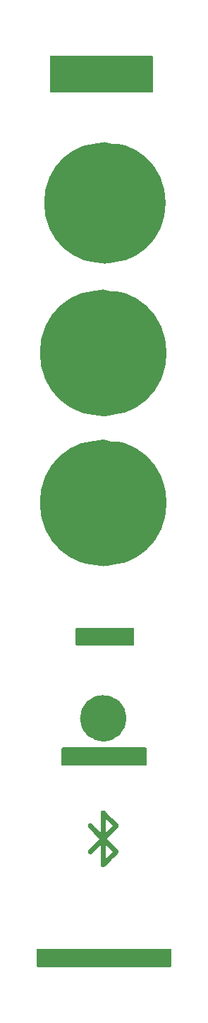
<source format=gbr>
%TF.GenerationSoftware,KiCad,Pcbnew,(6.0.4)*%
%TF.CreationDate,2022-03-22T12:07:00+00:00*%
%TF.ProjectId,Ball_Base_Panel,42616c6c-5f42-4617-9365-5f50616e656c,rev?*%
%TF.SameCoordinates,Original*%
%TF.FileFunction,Copper,L1,Top*%
%TF.FilePolarity,Positive*%
%FSLAX46Y46*%
G04 Gerber Fmt 4.6, Leading zero omitted, Abs format (unit mm)*
G04 Created by KiCad (PCBNEW (6.0.4)) date 2022-03-22 12:07:00*
%MOMM*%
%LPD*%
G01*
G04 APERTURE LIST*
%TA.AperFunction,NonConductor*%
%ADD10C,7.312489*%
%TD*%
%TA.AperFunction,NonConductor*%
%ADD11C,2.787006*%
%TD*%
%TA.AperFunction,NonConductor*%
%ADD12C,7.595332*%
%TD*%
G04 APERTURE END LIST*
D10*
X84156244Y-67000000D02*
G75*
G03*
X84156244Y-67000000I-3656244J0D01*
G01*
D11*
X81693503Y-128850000D02*
G75*
G03*
X81693503Y-128850000I-1393503J0D01*
G01*
D12*
X84097666Y-103000000D02*
G75*
G03*
X84097666Y-103000000I-3797666J0D01*
G01*
X84097666Y-85000000D02*
G75*
G03*
X84097666Y-85000000I-3797666J0D01*
G01*
%TO.C,G\u002A\u002A\u002A*%
G36*
X80342135Y-139896756D02*
G01*
X80370543Y-139899738D01*
X80395457Y-139906157D01*
X80423112Y-139917186D01*
X80428000Y-139919363D01*
X80435638Y-139923048D01*
X80443869Y-139927702D01*
X80453271Y-139933884D01*
X80464423Y-139942153D01*
X80477904Y-139953069D01*
X80494294Y-139967190D01*
X80514172Y-139985074D01*
X80538117Y-140007281D01*
X80566708Y-140034370D01*
X80600524Y-140066900D01*
X80640145Y-140105429D01*
X80686149Y-140150516D01*
X80739117Y-140202720D01*
X80799626Y-140262601D01*
X80868257Y-140330716D01*
X80945588Y-140407625D01*
X81032198Y-140493887D01*
X81128667Y-140590061D01*
X81235574Y-140696705D01*
X81294361Y-140755363D01*
X81410085Y-140870800D01*
X81515058Y-140975479D01*
X81609803Y-141069998D01*
X81694841Y-141154955D01*
X81770694Y-141230948D01*
X81837883Y-141298575D01*
X81896929Y-141358435D01*
X81948356Y-141411124D01*
X81992683Y-141457242D01*
X82030432Y-141497386D01*
X82062126Y-141532155D01*
X82088284Y-141562145D01*
X82109430Y-141587956D01*
X82126085Y-141610185D01*
X82138769Y-141629430D01*
X82148005Y-141646289D01*
X82154314Y-141661361D01*
X82158218Y-141675243D01*
X82160238Y-141688533D01*
X82160895Y-141701829D01*
X82160712Y-141715730D01*
X82160210Y-141730833D01*
X82159910Y-141747736D01*
X82159910Y-141747831D01*
X82160162Y-141765745D01*
X82160587Y-141781654D01*
X82160621Y-141796221D01*
X82159698Y-141810109D01*
X82157255Y-141823980D01*
X82152727Y-141838495D01*
X82145550Y-141854319D01*
X82135158Y-141872112D01*
X82120988Y-141892538D01*
X82102475Y-141916258D01*
X82079054Y-141943936D01*
X82050162Y-141976233D01*
X82015233Y-142013813D01*
X81973702Y-142057336D01*
X81925007Y-142107467D01*
X81868581Y-142164866D01*
X81803861Y-142230197D01*
X81730281Y-142304122D01*
X81647279Y-142387304D01*
X81554288Y-142480404D01*
X81450744Y-142584085D01*
X81426812Y-142608061D01*
X80732088Y-143304123D01*
X81420348Y-143992061D01*
X81526793Y-144098416D01*
X81622543Y-144194064D01*
X81708161Y-144279669D01*
X81784212Y-144355893D01*
X81851261Y-144423396D01*
X81909871Y-144482842D01*
X81960606Y-144534892D01*
X82004031Y-144580208D01*
X82040710Y-144619453D01*
X82071207Y-144653288D01*
X82096086Y-144682375D01*
X82115911Y-144707376D01*
X82131246Y-144728954D01*
X82142656Y-144747770D01*
X82150705Y-144764487D01*
X82155957Y-144779765D01*
X82158976Y-144794268D01*
X82160326Y-144808657D01*
X82160571Y-144823595D01*
X82160275Y-144839743D01*
X82160004Y-144857763D01*
X82160000Y-144860000D01*
X82160277Y-144876945D01*
X82160763Y-144892083D01*
X82160934Y-144906012D01*
X82160270Y-144919330D01*
X82158249Y-144932635D01*
X82154349Y-144946526D01*
X82148049Y-144961600D01*
X82138827Y-144978456D01*
X82126161Y-144997692D01*
X82109530Y-145019906D01*
X82088413Y-145045696D01*
X82062286Y-145075661D01*
X82030630Y-145110398D01*
X81992922Y-145150505D01*
X81948641Y-145196581D01*
X81897264Y-145249224D01*
X81838272Y-145309032D01*
X81771141Y-145376604D01*
X81695350Y-145452536D01*
X81610378Y-145537428D01*
X81515703Y-145631878D01*
X81410803Y-145736483D01*
X81295157Y-145851842D01*
X81294361Y-145852636D01*
X81181994Y-145964751D01*
X81080362Y-146066112D01*
X80988884Y-146157278D01*
X80906982Y-146238809D01*
X80834075Y-146311263D01*
X80769585Y-146375199D01*
X80712930Y-146431177D01*
X80663531Y-146479755D01*
X80620809Y-146521493D01*
X80584184Y-146556950D01*
X80553076Y-146586683D01*
X80526904Y-146611254D01*
X80505091Y-146631220D01*
X80487055Y-146647141D01*
X80472217Y-146659576D01*
X80459997Y-146669084D01*
X80449815Y-146676223D01*
X80441092Y-146681553D01*
X80433248Y-146685634D01*
X80428000Y-146688032D01*
X80364394Y-146708176D01*
X80298940Y-146714720D01*
X80235479Y-146707465D01*
X80208441Y-146699589D01*
X80144530Y-146669030D01*
X80090945Y-146626692D01*
X80048723Y-146573604D01*
X80019464Y-146512398D01*
X80017391Y-146506135D01*
X80015512Y-146499192D01*
X80013818Y-146490795D01*
X80012298Y-146480166D01*
X80010944Y-146466531D01*
X80009745Y-146449112D01*
X80008693Y-146427135D01*
X80007777Y-146399823D01*
X80006989Y-146366400D01*
X80006319Y-146326091D01*
X80005757Y-146278120D01*
X80005294Y-146221710D01*
X80004919Y-146156086D01*
X80004625Y-146080473D01*
X80004401Y-145994093D01*
X80004238Y-145896171D01*
X80004126Y-145785932D01*
X80004074Y-145695980D01*
X80604000Y-145695980D01*
X81439980Y-144860000D01*
X81021990Y-144442009D01*
X80604000Y-144024019D01*
X80604000Y-145695980D01*
X80004074Y-145695980D01*
X80004055Y-145662600D01*
X80004017Y-145525398D01*
X80004002Y-145373550D01*
X80004000Y-145250279D01*
X80004000Y-144032159D01*
X79462000Y-144572987D01*
X79365447Y-144669233D01*
X79279565Y-144754625D01*
X79203792Y-144829703D01*
X79137566Y-144895009D01*
X79080327Y-144951084D01*
X79031512Y-144998468D01*
X78990561Y-145037703D01*
X78956912Y-145069330D01*
X78930005Y-145093891D01*
X78909277Y-145111925D01*
X78894167Y-145123974D01*
X78884115Y-145130579D01*
X78882915Y-145131177D01*
X78819092Y-145152758D01*
X78754104Y-145159470D01*
X78690073Y-145152107D01*
X78629124Y-145131458D01*
X78573381Y-145098315D01*
X78524967Y-145053468D01*
X78486006Y-144997708D01*
X78476963Y-144980000D01*
X78466694Y-144955914D01*
X78460420Y-144933295D01*
X78457208Y-144906784D01*
X78456128Y-144871022D01*
X78456082Y-144859831D01*
X78455830Y-144841584D01*
X78455492Y-144825282D01*
X78455632Y-144810262D01*
X78456814Y-144795864D01*
X78459602Y-144781424D01*
X78464560Y-144766282D01*
X78472253Y-144749776D01*
X78483244Y-144731243D01*
X78498097Y-144710022D01*
X78517377Y-144685451D01*
X78541647Y-144656868D01*
X78571472Y-144623612D01*
X78607415Y-144585020D01*
X78650041Y-144540431D01*
X78699913Y-144489183D01*
X78757597Y-144430613D01*
X78823655Y-144364062D01*
X78898652Y-144288865D01*
X78983151Y-144204362D01*
X79077718Y-144109891D01*
X79163668Y-144024019D01*
X79182916Y-144004789D01*
X79195651Y-143992061D01*
X79883911Y-143304123D01*
X79189187Y-142608061D01*
X79165142Y-142583980D01*
X80604000Y-142583980D01*
X81439980Y-141748000D01*
X81021990Y-141330009D01*
X80604000Y-140912019D01*
X80604000Y-142583980D01*
X79165142Y-142583980D01*
X79083312Y-142502029D01*
X78988111Y-142406722D01*
X78903019Y-142321477D01*
X78827473Y-142245631D01*
X78760906Y-142178522D01*
X78702756Y-142119488D01*
X78652456Y-142067864D01*
X78609442Y-142022989D01*
X78573150Y-141984199D01*
X78543014Y-141950832D01*
X78518471Y-141922225D01*
X78498954Y-141897716D01*
X78483901Y-141876641D01*
X78472744Y-141858338D01*
X78464922Y-141842144D01*
X78459867Y-141827397D01*
X78457016Y-141813432D01*
X78455804Y-141799589D01*
X78455666Y-141785203D01*
X78456038Y-141769613D01*
X78456354Y-141752155D01*
X78456360Y-141748000D01*
X78456889Y-141709245D01*
X78459325Y-141681109D01*
X78464586Y-141658239D01*
X78473592Y-141635284D01*
X78476963Y-141628000D01*
X78512798Y-141569299D01*
X78558565Y-141521353D01*
X78612155Y-141484923D01*
X78671464Y-141460772D01*
X78734384Y-141449662D01*
X78798810Y-141452355D01*
X78862635Y-141469612D01*
X78886004Y-141480004D01*
X78895386Y-141485686D01*
X78908387Y-141495414D01*
X78925646Y-141509803D01*
X78947803Y-141529469D01*
X78975496Y-141555027D01*
X79009364Y-141587092D01*
X79050046Y-141626279D01*
X79098181Y-141673203D01*
X79154409Y-141728480D01*
X79219367Y-141792724D01*
X79293695Y-141866550D01*
X79378032Y-141950575D01*
X79466000Y-142038400D01*
X80004000Y-142575955D01*
X80004000Y-141359230D01*
X80004003Y-141196102D01*
X80004022Y-141048196D01*
X80004064Y-140914735D01*
X80004066Y-140912019D01*
X80004141Y-140794941D01*
X80004261Y-140688036D01*
X80004434Y-140593242D01*
X80004670Y-140509782D01*
X80004979Y-140436879D01*
X80005371Y-140373753D01*
X80005855Y-140319628D01*
X80006440Y-140273727D01*
X80007138Y-140235270D01*
X80007956Y-140203481D01*
X80008906Y-140177581D01*
X80009997Y-140156794D01*
X80011238Y-140140341D01*
X80012640Y-140127445D01*
X80014211Y-140117328D01*
X80015963Y-140109212D01*
X80017904Y-140102320D01*
X80019790Y-140096610D01*
X80047446Y-140036302D01*
X80086022Y-139986100D01*
X80136891Y-139944552D01*
X80192000Y-139914414D01*
X80216775Y-139904734D01*
X80242496Y-139899062D01*
X80274715Y-139896487D01*
X80304000Y-139896040D01*
X80342135Y-139896756D01*
G37*
%TD*%
%TA.AperFunction,NonConductor*%
G36*
X83942122Y-117993224D02*
G01*
X83988615Y-118046880D01*
X84000001Y-118099222D01*
X84000000Y-119974000D01*
X83979998Y-120042121D01*
X83926342Y-120088614D01*
X83874000Y-120100000D01*
X77126000Y-120100000D01*
X77057879Y-120079998D01*
X77011386Y-120026342D01*
X77000000Y-119974000D01*
X77000001Y-118099222D01*
X77020003Y-118031101D01*
X77073659Y-117984608D01*
X77126001Y-117973222D01*
X83874001Y-117973222D01*
X83942122Y-117993224D01*
G37*
%TD.AperFunction*%
%TA.AperFunction,NonConductor*%
G36*
X88442121Y-156520002D02*
G01*
X88488614Y-156573658D01*
X88500000Y-156626000D01*
X88500000Y-158574000D01*
X88479998Y-158642121D01*
X88426342Y-158688614D01*
X88374000Y-158700000D01*
X72426000Y-158700000D01*
X72357879Y-158679998D01*
X72311386Y-158626342D01*
X72300000Y-158574000D01*
X72300000Y-156626000D01*
X72320002Y-156557879D01*
X72373658Y-156511386D01*
X72426000Y-156500000D01*
X88374000Y-156500000D01*
X88442121Y-156520002D01*
G37*
%TD.AperFunction*%
%TA.AperFunction,NonConductor*%
G36*
X80079577Y-49342132D02*
G01*
X86151751Y-49342132D01*
X86219872Y-49362134D01*
X86266365Y-49415790D01*
X86277751Y-49468132D01*
X86277751Y-53606931D01*
X86257749Y-53675052D01*
X86204093Y-53721545D01*
X86151751Y-53732931D01*
X80079577Y-53732931D01*
X74007402Y-53732930D01*
X73939281Y-53712928D01*
X73892788Y-53659272D01*
X73881402Y-53606930D01*
X73881402Y-49468131D01*
X73901404Y-49400010D01*
X73955060Y-49353517D01*
X74007402Y-49342131D01*
X80079577Y-49342132D01*
G37*
%TD.AperFunction*%
%TA.AperFunction,NonConductor*%
G36*
X85442122Y-132369632D02*
G01*
X85488615Y-132423288D01*
X85500001Y-132475630D01*
X85500000Y-134403748D01*
X85479998Y-134471869D01*
X85426342Y-134518362D01*
X85374000Y-134529748D01*
X75426000Y-134529748D01*
X75357879Y-134509746D01*
X75311386Y-134456090D01*
X75300000Y-134403748D01*
X75300001Y-132475630D01*
X75320003Y-132407509D01*
X75373659Y-132361016D01*
X75426001Y-132349630D01*
X85374001Y-132349630D01*
X85442122Y-132369632D01*
G37*
%TD.AperFunction*%
M02*

</source>
